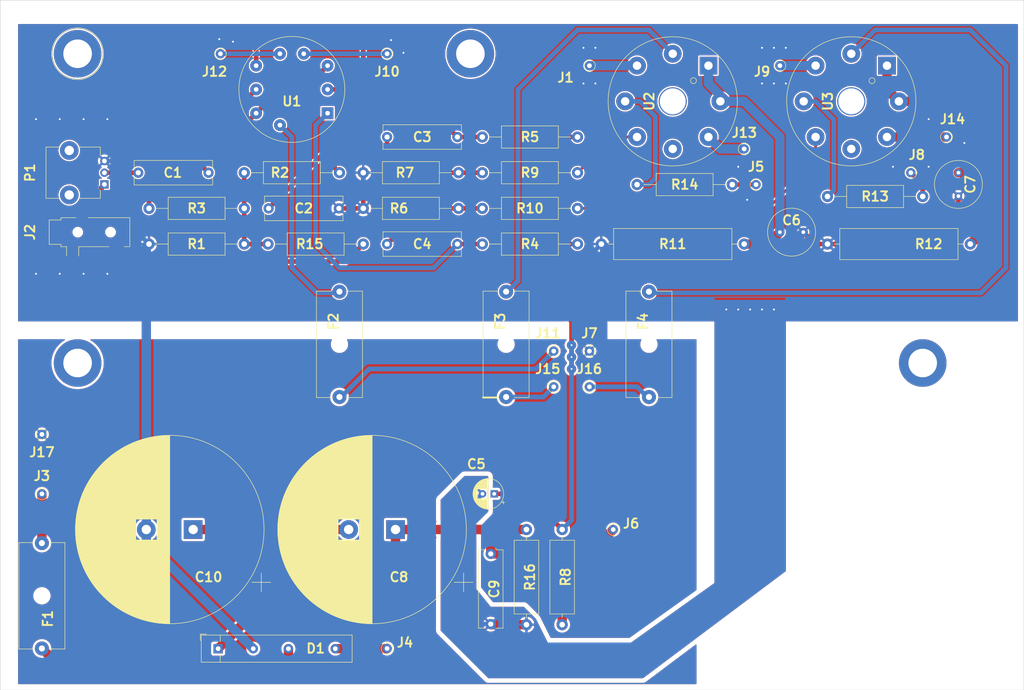
<source format=kicad_pcb>
(kicad_pcb (version 20211014) (generator pcbnew)
  (layers (0 "F.Cu" signal) (31 "B.Cu" signal) (34 "B.Paste" user) (35 "F.Paste" user) (36 "B.SilkS" user "B.Silkscreen") (37 "F.SilkS" user "F.Silkscreen") (38 "B.Mask" user) (39 "F.Mask" user) (44 "Edge.Cuts" user))
  (net 0 "")
  (net 1 "Net-(C4-Pad2)")
  (net 2 "Net-(C2-Pad2)")
  (net 3 "Net-(R15-Pad1)")
  (net 4 "Net-(C3-Pad2)")
  (net 5 "Net-(C1-Pad1)")
  (net 6 "Net-(R14-Pad2)")
  (net 7 "Net-(R9-Pad1)")
  (net 8 "Net-(C7-Pad1)")
  (net 9 "Net-(R13-Pad2)")
  (net 10 "Net-(R10-Pad1)")
  (net 11 "Net-(C1-Pad2)")
  (net 12 "Net-(C3-Pad1)")
  (net 13 "Net-(C4-Pad1)")
  (net 14 "+A2")
  (net 15 "GND")
  (net 16 "Net-(C6-Pad1)")
  (net 17 "+A")
  (net 18 "Net-(C10-Pad1)")
  (net 19 "Net-(D1-Pad3)")
  (net 20 "Net-(R1-Pad1)")
  (net 21 "Net-(D1-Pad4)")
  (net 22 "Net-(F1-Pad2)")
  (net 23 "Net-(U2-Pad3)")
  (net 24 "Net-(R14-Pad1)")
  (net 25 "Net-(R13-Pad1)")
  (net 26 "Net-(U3-Pad3)")
  (net 27 "Net-(U1-Pad9)")
  (net 28 "Net-(U2-Pad2)")
  (net 29 "Net-(U3-Pad2)")
  (net 30 "Net-(U1-Pad4)")
  (net 31 "Net-(U1-Pad5)")
  (net 32 "Net-(U2-Pad7)")
  (net 33 "Net-(U3-Pad7)")
  (net 34 "Net-(J2-PadS)")
  (net 35 "Net-(F2-Pad2)")
  (net 36 "Net-(F3-Pad2)")
  (net 37 "Net-(F4-Pad2)")
  (net 38 "Earth")
  (footprint "Capacitor_THT:C_Radial_D10.0mm_H16.0mm_P5.00mm" (layer "F.Cu") (at 179.07 64.77)
    (fp_text reference "C6" (at 2.5 -2.54) (layer "F.SilkS") (effects (font (size 2 2) (thickness 0.4))))
    (fp_text value "220u 63v")
    (pad "1" thru_hole circle locked (at 0 0) (size 1.6 1.6) (drill 0.8) (layers *.Cu *.Mask) (net 16 "Net-(C6-Pad1)"))
    (pad "2" thru_hole circle locked (at 5 0) (size 1.6 1.6) (drill 0.8) (layers *.Cu *.Mask) (net 15 "GND"))
  )
  (footprint "Connector_Pin:Pin_D1.0mm_L10.0mm" (layer "F.Cu") (at 143.51 128.27)
    (fp_text reference "J6" (at 3.81 -1.27) (layer "F.SilkS") (effects (font (size 2 2) (thickness 0.4))))
    (fp_text value "Conn_01x01_Female")
    (pad "1" thru_hole circle locked (at 0 0) (size 2 2) (drill 1) (layers *.Cu *.Mask) (net 17 "+A"))
  )
  (footprint "Connector_Pin:Pin_D1.0mm_L10.0mm" (layer "F.Cu") (at 207.01 52.07)
    (fp_text reference "J8" (at 1.27 -3.81) (layer "F.SilkS") (effects (font (size 2 2) (thickness 0.4))))
    (fp_text value "Conn_01x01_Female")
    (pad "1" thru_hole circle locked (at 0 0) (size 2 2) (drill 1) (layers *.Cu *.Mask) (net 25 "Net-(R13-Pad1)"))
  )
  (footprint "Capacitor_THT:C_Rect_L16.5mm_W5.0mm_P15.00mm_MKT" (layer "F.Cu") (at 95.25 44.45)
    (fp_text reference "C3" (at 7.5 0) (layer "F.SilkS") (effects (font (size 2 2) (thickness 0.4))))
    (fp_text value "220n 400v")
    (pad "1" thru_hole circle locked (at 0 0) (size 2.2 2.2) (drill 1.1) (layers *.Cu *.Mask) (net 12 "Net-(C3-Pad1)"))
    (pad "2" thru_hole circle locked (at 15 0) (size 2.2 2.2) (drill 1.1) (layers *.Cu *.Mask) (net 4 "Net-(C3-Pad2)"))
  )
  (footprint "Connector_Pin:Pin_D1.0mm_L10.0mm" (layer "F.Cu") (at 138.43 29.21)
    (fp_text reference "J1" (at -5.08 2.54) (layer "F.SilkS") (effects (font (size 2 2) (thickness 0.4))))
    (fp_text value "Conn_01x01_Female")
    (pad "1" thru_hole circle locked (at 0 0) (size 2 2) (drill 1) (layers *.Cu *.Mask) (net 23 "Net-(U2-Pad3)"))
  )
  (footprint "Connector_Pin:Pin_D1.0mm_L10.0mm" (layer "F.Cu") (at 173.99 54.61)
    (fp_text reference "J5" (at 0 -3.81) (layer "F.SilkS") (effects (font (size 2 2) (thickness 0.4))))
    (fp_text value "Conn_01x01_Female")
    (pad "1" thru_hole circle locked (at 0 0) (size 2 2) (drill 1) (layers *.Cu *.Mask) (net 24 "Net-(R14-Pad1)"))
  )
  (footprint "Resistor_THT:R_Axial_DIN0414_L11.9mm_D4.5mm_P20.32mm_Horizontal" (layer "F.Cu") (at 64.77 52.07)
    (fp_text reference "R2" (at 7.62 0) (layer "F.SilkS") (effects (font (size 2 2) (thickness 0.4))))
    (fp_text value "1M5 1W")
    (pad "1" thru_hole circle locked (at 0 0) (size 2.4 2.4) (drill 1.2) (layers *.Cu *.Mask) (net 20 "Net-(R1-Pad1)"))
    (pad "2" thru_hole oval locked (at 20.32 0) (size 2.4 2.4) (drill 1.2) (layers *.Cu *.Mask) (net 2 "Net-(C2-Pad2)"))
  )
  (footprint "Capacitor_THT:C_Rect_L16.5mm_W5.0mm_P15.00mm_MKT" (layer "F.Cu") (at 84.97 59.69 180)
    (fp_text reference "C2" (at 7.5 0) (layer "F.SilkS") (effects (font (size 2 2) (thickness 0.4))))
    (fp_text value "220n 400v")
    (pad "1" thru_hole circle locked (at 0 0 180) (size 2.2 2.2) (drill 1.1) (layers *.Cu *.Mask) (net 15 "GND"))
    (pad "2" thru_hole circle locked (at 15 0 180) (size 2.2 2.2) (drill 1.1) (layers *.Cu *.Mask) (net 2 "Net-(C2-Pad2)"))
  )
  (footprint "Fuse:Fuseholder_Cylinder-5x20mm_Schurter_0031_8201_Horizontal_Open" (layer "F.Cu") (at 151.13 77.47 -90)
    (fp_text reference "F4" (at 6.35 1.27 90) (layer "F.SilkS") (effects (font (size 2 2) (thickness 0.4))))
    (fp_text value "Fuse")
    (pad "" np_thru_hole circle locked (at 11.25 0 270) (size 2.7 2.7) (drill 2.7) (layers *.Cu *.Mask))
    (pad "1" thru_hole circle locked (at 0 0 270) (size 3 3) (drill 1.3) (layers *.Cu *.Mask) (net 29 "Net-(U3-Pad2)"))
    (pad "2" thru_hole circle locked (at 22.5 0 270) (size 3 3) (drill 1.3) (layers *.Cu *.Mask) (net 37 "Net-(F4-Pad2)"))
  )
  (footprint "Resistor_THT:R_Axial_DIN0516_L15.5mm_D5.0mm_P20.32mm_Horizontal" (layer "F.Cu") (at 124.993064 128.27 -90)
    (fp_text reference "R16" (at 10.16 -0.736936 90) (layer "F.SilkS") (effects (font (size 2 2) (thickness 0.4))))
    (fp_text value "220k 2W")
    (pad "1" thru_hole circle locked (at 0 0 270) (size 2.4 2.4) (drill 1.2) (layers *.Cu *.Mask) (net 17 "+A"))
    (pad "2" thru_hole oval locked (at 20.32 0 270) (size 2.4 2.4) (drill 1.2) (layers *.Cu *.Mask) (net 15 "GND"))
  )
  (footprint "Valve:Valve_Octal" (layer "F.Cu") (at 201.93 29.21 90)
    (fp_text reference "U3" (at -7.62 -12.62 90) (layer "F.SilkS") (effects (font (size 2 2) (thickness 0.4))))
    (fp_text value "EL34")
    (pad "" thru_hole circle locked (at -7.62 -7.62 90) (size 6 6) (drill 5.5) (layers *.Cu *.Mask))
    (pad "1" thru_hole rect locked (at 0 0 90) (size 3.81 3.81) (drill 1.8) (layers *.Cu *.Mask) (net 8 "Net-(C7-Pad1)"))
    (pad "2" thru_hole circle locked (at 2.54 -7.62 90) (size 3.81 3.81) (drill 1.8) (layers *.Cu *.Mask) (net 29 "Net-(U3-Pad2)"))
    (pad "3" thru_hole circle locked (at 0 -15.24 90) (size 3.81 3.81) (drill 1.8) (layers *.Cu *.Mask) (net 26 "Net-(U3-Pad3)"))
    (pad "4" thru_hole circle locked (at -7.62 -17.78 90) (size 3.81 3.81) (drill 1.8) (layers *.Cu *.Mask) (net 9 "Net-(R13-Pad2)"))
    (pad "5" thru_hole circle locked (at -15.24 -15.24 90) (size 3.81 3.81) (drill 1.8) (layers *.Cu *.Mask) (net 10 "Net-(R10-Pad1)"))
    (pad "6" thru_hole circle locked (at -17.78 -7.62 90) (size 3.81 3.81) (drill 1.8) (layers *.Cu *.Mask))
    (pad "7" thru_hole circle locked (at -15.24 0 90) (size 3.81 3.81) (drill 1.8) (layers *.Cu *.Mask) (net 33 "Net-(U3-Pad7)"))
    (pad "8" thru_hole circle locked (at -7.62 2.54 90) (size 3.81 3.81) (drill 1.8) (layers *.Cu *.Mask) (net 8 "Net-(C7-Pad1)"))
  )
  (footprint "Resistor_THT:R_Axial_DIN0414_L11.9mm_D4.5mm_P20.32mm_Horizontal" (layer "F.Cu") (at 90.17 67.31 180)
    (fp_text reference "R15" (at 11.43 0) (layer "F.SilkS") (effects (font (size 2 2) (thickness 0.4))))
    (fp_text value "470 1W")
    (pad "1" thru_hole circle locked (at 0 0 180) (size 2.4 2.4) (drill 1.2) (layers *.Cu *.Mask) (net 3 "Net-(R15-Pad1)"))
    (pad "2" thru_hole oval locked (at 20.32 0 180) (size 2.4 2.4) (drill 1.2) (layers *.Cu *.Mask) (net 20 "Net-(R1-Pad1)"))
  )
  (footprint "Diode_THT:Diode_Bridge_32.0x5.6x17.0mm_P10.0mm_P7.5mm" (layer "F.Cu") (at 59.195564 153.7125)
    (fp_text reference "D1" (at 20.814436 -0.0425 180) (layer "F.SilkS") (effects (font (size 2 2) (thickness 0.4))))
    (fp_text value "D_Bridge_+-AA")
    (pad "1" thru_hole rect locked (at 0 0) (size 2 2) (drill 1) (layers *.Cu *.Mask) (net 17 "+A"))
    (pad "2" thru_hole circle locked (at 7.5 0) (size 2 2) (drill 1) (layers *.Cu *.Mask) (net 15 "GND"))
    (pad "3" thru_hole circle locked (at 15 0) (size 2 2) (drill 1) (layers *.Cu *.Mask) (net 19 "Net-(D1-Pad3)"))
    (pad "4" thru_hole circle locked (at 25 0) (size 2 2) (drill 1) (layers *.Cu *.Mask) (net 21 "Net-(D1-Pad4)"))
  )
  (footprint "" (layer "F.Cu") (at 29.21 92.71)
    (fp_text reference "" (at 0 0) (layer "F.SilkS") (effects (font (size 1.27 1.27))))
    (fp_text value "" (at 0 0) (layer "F.SilkS") (effects (font (size 1.27 1.27))))
    (pad "1" thru_hole circle locked (at 0 0) (size 10.16 10.16) (drill 6.1) (layers *.Cu *.Mask))
  )
  (footprint "Capacitor_THT:C_Radial_D10.0mm_H16.0mm_P5.00mm" (layer "F.Cu") (at 217.17 52.07 -90)
    (fp_text reference "C7" (at 2.5 -2.54 90) (layer "F.SilkS") (effects (font (size 2 2) (thickness 0.4))))
    (fp_text value "220u 63v")
    (pad "1" thru_hole circle locked (at 0 0 270) (size 1.6 1.6) (drill 0.8) (layers *.Cu *.Mask) (net 8 "Net-(C7-Pad1)"))
    (pad "2" thru_hole circle locked (at 5 0 270) (size 1.6 1.6) (drill 0.8) (layers *.Cu *.Mask) (net 15 "GND"))
  )
  (footprint "Capacitor_THT:CP_Radial_D40.0mm_P10.00mm_SnapIn" (layer "F.Cu") (at 53.873064 128.27 180)
    (fp_text reference "C10" (at -3.276936 -10.16) (layer "F.SilkS") (effects (font (size 2 2) (thickness 0.4))))
    (fp_text value "470u 600v")
    (pad "1" thru_hole rect locked (at 0 0 180) (size 4 4) (drill 2) (layers *.Cu *.Mask) (net 18 "Net-(C10-Pad1)"))
    (pad "2" thru_hole circle locked (at 10 0 180) (size 4 4) (drill 2) (layers *.Cu *.Mask) (net 15 "GND"))
  )
  (footprint "" (layer "F.Cu") (at 113.03 26.67)
    (fp_text reference "" (at 0 0) (layer "F.SilkS") (effects (font (size 1.27 1.27))))
    (fp_text value "" (at 0 0) (layer "F.SilkS") (effects (font (size 1.27 1.27))))
    (pad "1" thru_hole circle locked (at 0 0) (size 10.16 10.16) (drill 6.1) (layers *.Cu *.Mask))
  )
  (footprint "Resistor_THT:R_Axial_DIN0414_L11.9mm_D4.5mm_P20.32mm_Horizontal" (layer "F.Cu") (at 90.17 59.69)
    (fp_text reference "R6" (at 7.62 0) (layer "F.SilkS") (effects (font (size 2 2) (thickness 0.4))))
    (fp_text value "470k 1W")
    (pad "1" thru_hole circle locked (at 0 0) (size 2.4 2.4) (drill 1.2) (layers *.Cu *.Mask) (net 15 "GND"))
    (pad "2" thru_hole oval locked (at 20.32 0) (size 2.4 2.4) (drill 1.2) (layers *.Cu *.Mask) (net 13 "Net-(C4-Pad1)"))
  )
  (footprint "Resistor_THT:R_Axial_DIN0414_L11.9mm_D4.5mm_P20.32mm_Horizontal" (layer "F.Cu") (at 115.57 67.31)
    (fp_text reference "R4" (at 10.16 0) (layer "F.SilkS") (effects (font (size 2 2) (thickness 0.4))))
    (fp_text value "100k 1W")
    (pad "1" thru_hole circle locked (at 0 0) (size 2.4 2.4) (drill 1.2) (layers *.Cu *.Mask) (net 1 "Net-(C4-Pad2)"))
    (pad "2" thru_hole oval locked (at 20.32 0) (size 2.4 2.4) (drill 1.2) (layers *.Cu *.Mask) (net 14 "+A2"))
  )
  (footprint "Valve:Valve_Noval_P" (layer "F.Cu") (at 82.55 39.37)
    (fp_text reference "U1" (at -7.62 -2.54) (layer "F.SilkS") (effects (font (size 2 2) (thickness 0.4))))
    (fp_text value "ECC83")
    (pad "1" thru_hole rect locked (at 0 0) (size 2.54 2.54) (drill 1) (layers *.Cu *.Mask) (net 1 "Net-(C4-Pad2)"))
    (pad "2" thru_hole circle locked (at 0 -5.08) (size 2.54 2.54) (drill 1) (layers *.Cu *.Mask) (net 2 "Net-(C2-Pad2)"))
    (pad "3" thru_hole circle locked (at 0 -10.16) (size 2.54 2.54) (drill 1) (layers *.Cu *.Mask) (net 3 "Net-(R15-Pad1)"))
    (pad "4" thru_hole circle locked (at -5.08 -12.7) (size 2.54 2.54) (drill 1) (layers *.Cu *.Mask) (net 30 "Net-(U1-Pad4)"))
    (pad "5" thru_hole circle locked (at -10.16 -12.7) (size 2.54 2.54) (drill 1) (layers *.Cu *.Mask) (net 31 "Net-(U1-Pad5)"))
    (pad "6" thru_hole circle locked (at -15.24 -10.16) (size 2.54 2.54) (drill 1) (layers *.Cu *.Mask) (net 4 "Net-(C3-Pad2)"))
    (pad "7" thru_hole circle locked (at -15.24 -5.08) (size 2.54 2.54) (drill 1) (layers *.Cu *.Mask) (net 5 "Net-(C1-Pad1)"))
    (pad "8" thru_hole circle locked (at -15.24 0) (size 2.54 2.54) (drill 1) (layers *.Cu *.Mask) (net 3 "Net-(R15-Pad1)"))
    (pad "9" thru_hole circle locked (at -10.16 2.54) (size 2.54 2.54) (drill 1) (layers *.Cu *.Mask) (net 27 "Net-(U1-Pad9)"))
  )
  (footprint "Connector_Pin:Pin_D1.0mm_L10.0mm" (layer "F.Cu") (at 214.63 44.45)
    (fp_text reference "J14" (at 1.27 -3.81) (layer "F.SilkS") (effects (font (size 2 2) (thickness 0.4))))
    (fp_text value "Conn_01x01_Female")
    (pad "1" thru_hole circle locked (at 0 0) (size 2 2) (drill 1) (layers *.Cu *.Mask) (net 33 "Net-(U3-Pad7)"))
  )
  (footprint "Capacitor_THT:C_Rect_L16.5mm_W5.0mm_P15.00mm_MKT" (layer "F.Cu") (at 95.25 67.31)
    (fp_text reference "C4" (at 7.5 0) (layer "F.SilkS") (effects (font (size 2 2) (thickness 0.4))))
    (fp_text value "220n 400v")
    (pad "1" thru_hole circle locked (at 0 0) (size 2.2 2.2) (drill 1.1) (layers *.Cu *.Mask) (net 13 "Net-(C4-Pad1)"))
    (pad "2" thru_hole circle locked (at 15 0) (size 2.2 2.2) (drill 1.1) (layers *.Cu *.Mask) (net 1 "Net-(C4-Pad2)"))
  )
  (footprint "Resistor_THT:R_Axial_DIN0414_L11.9mm_D4.5mm_P20.32mm_Horizontal" (layer "F.Cu") (at 64.77 67.31 180)
    (fp_text reference "R1" (at 10.16 0) (layer "F.SilkS") (effects (font (size 2 2) (thickness 0.4))))
    (fp_text value "22k 1W")
    (pad "1" thru_hole circle locked (at 0 0 180) (size 2.4 2.4) (drill 1.2) (layers *.Cu *.Mask) (net 20 "Net-(R1-Pad1)"))
    (pad "2" thru_hole oval locked (at 20.32 0 180) (size 2.4 2.4) (drill 1.2) (layers *.Cu *.Mask) (net 15 "GND"))
  )
  (footprint "Resistor_THT:R_Axial_DIN0516_L15.5mm_D5.0mm_P20.32mm_Horizontal" (layer "F.Cu") (at 132.613064 128.27 -90)
    (fp_text reference "R8" (at 10.16 -0.736936 90) (layer "F.SilkS") (effects (font (size 2 2) (thickness 0.4))))
    (fp_text value "10k 2W")
    (pad "1" thru_hole circle locked (at 0 0 270) (size 2.4 2.4) (drill 1.2) (layers *.Cu *.Mask) (net 14 "+A2"))
    (pad "2" thru_hole oval locked (at 20.32 0 270) (size 2.4 2.4) (drill 1.2) (layers *.Cu *.Mask) (net 17 "+A"))
  )
  (footprint "Connector_Audio:Jack_3.5mm_CUI_SJ-3523-SMT_Horizontal" (layer "F.Cu") (at 31.75 64.77 90)
    (fp_text reference "J2" (at 0 -12.7 90) (layer "F.SilkS") (effects (font (size 2 2) (thickness 0.4))))
    (fp_text value "AudioJack2")
    (pad "" np_thru_hole circle locked (at 0 4.5 90) (size 1.7 1.7) (drill 1.7) (layers *.Cu *.Mask))
    (pad "" np_thru_hole circle locked (at 0 -2.5 90) (size 1.7 1.7) (drill 1.7) (layers *.Cu *.Mask))
    (pad "R" smd rect locked (at 3.7 -1.6 90) (size 2.8 2.2) (layers "F.Cu" "F.Paste" "F.Mask"))
    (pad "S" smd rect locked (at -3.7 -3.6 90) (size 2.8 2.2) (layers "F.Cu" "F.Paste" "F.Mask") (net 34 "Net-(J2-PadS)"))
    (pad "T" smd rect locked (at -3.7 5.8 90) (size 2.8 2.8) (layers "F.Cu" "F.Paste" "F.Mask") (net 15 "GND"))
  )
  (footprint "Resistor_THT:R_Axial_Power_L25.0mm_W6.4mm_P30.48mm" (layer "F.Cu") (at 189.23 67.31)
    (fp_text reference "R12" (at 21.59 0) (layer "F.SilkS") (effects (font (size 2 2) (thickness 0.4))))
    (fp_text value "330 5W")
    (pad "1" thru_hole circle locked (at 0 0) (size 2.4 2.4) (drill 1.2) (layers *.Cu *.Mask) (net 15 "GND"))
    (pad "2" thru_hole oval locked (at 30.48 0) (size 2.4 2.4) (drill 1.2) (layers *.Cu *.Mask) (net 8 "Net-(C7-Pad1)"))
  )
  (footprint "Resistor_THT:R_Axial_DIN0414_L11.9mm_D4.5mm_P20.32mm_Horizontal" (layer "F.Cu") (at 135.89 44.45 180)
    (fp_text reference "R5" (at 10.16 0) (layer "F.SilkS") (effects (font (size 2 2) (thickness 0.4))))
    (fp_text value "100k 1W")
    (pad "1" thru_hole circle locked (at 0 0 180) (size 2.4 2.4) (drill 1.2) (layers *.Cu *.Mask) (net 14 "+A2"))
    (pad "2" thru_hole oval locked (at 20.32 0 180) (size 2.4 2.4) (drill 1.2) (layers *.Cu *.Mask) (net 4 "Net-(C3-Pad2)"))
  )
  (footprint "Connector_Pin:Pin_D1.0mm_L10.0mm" (layer "F.Cu") (at 138.43 97.79)
    (fp_text reference "J16" (at 0 -3.81) (layer "F.SilkS") (effects (font (size 2 2) (thickness 0.4))))
    (fp_text value "Conn_01x01_Female")
    (pad "1" thru_hole circle locked (at 0 0) (size 2 2) (drill 1) (layers *.Cu *.Mask) (net 37 "Net-(F4-Pad2)"))
  )
  (footprint "Connector_Pin:Pin_D1.0mm_L10.0mm" (layer "F.Cu") (at 179.07 29.21)
    (fp_text reference "J9" (at -3.81 1.27) (layer "F.SilkS") (effects (font (size 2 2) (thickness 0.4))))
    (fp_text value "Conn_01x01_Female")
    (pad "1" thru_hole circle locked (at 0 0) (size 2 2) (drill 1) (layers *.Cu *.Mask) (net 26 "Net-(U3-Pad3)"))
  )
  (footprint "Connector_Pin:Pin_D1.0mm_L10.0mm" (layer "F.Cu") (at 138.43 90.17)
    (fp_text reference "J7" (at 0 -3.81) (layer "F.SilkS") (effects (font (size 2 2) (thickness 0.4))))
    (fp_text value "Conn_01x01_Female")
    (pad "1" thru_hole circle locked (at 0 0) (size 2 2) (drill 1) (layers *.Cu *.Mask) (net 15 "GND"))
  )
  (footprint "Potentiometer_THT:Potentiometer_TT_P0915N" (layer "F.Cu") (at 34.935 54.57 90)
    (fp_text reference "P1" (at 2.5 -15.885 90) (layer "F.SilkS") (effects (font (size 2 2) (thickness 0.4))))
    (fp_text value "100k")
    (pad "" thru_hole oval locked (at 7.25 -7.5 90) (size 4 4) (drill 2) (layers *.Cu *.Mask))
    (pad "" thru_hole oval locked (at -2.25 -7.5 90) (size 4 4) (drill 2) (layers *.Cu *.Mask))
    (pad "1" thru_hole rect locked (at 0 0 90) (size 1.8 1.8) (drill 1) (layers *.Cu *.Mask) (net 34 "Net-(J2-PadS)"))
    (pad "2" thru_hole circle locked (at 2.5 0 90) (size 1.8 1.8) (drill 1) (layers *.Cu *.Mask) (net 11 "Net-(C1-Pad2)"))
    (pad "3" thru_hole circle locked (at 5 0 90) (size 1.8 1.8) (drill 1) (layers *.Cu *.Mask) (net 15 "GND"))
  )
  (footprint "Resistor_THT:R_Axial_DIN0414_L11.9mm_D4.5mm_P20.32mm_Horizontal" (layer "F.Cu") (at 135.89 59.69 180)
    (fp_text reference "R10" (at 10.16 0) (layer "F.SilkS") (effects (font (size 2 2) (thickness 0.4))))
    (fp_text value "1k5 1W")
    (pad "1" thru_hole circle locked (at 0 0 180) (size 2.4 2.4) (drill 1.2) (layers *.Cu *.Mask) (net 10 "Net-(R10-Pad1)"))
    (pad "2" thru_hole oval locked (at 20.32 0 180) (size 2.4 2.4) (drill 1.2) (layers *.Cu *.Mask) (net 13 "Net-(C4-Pad1)"))
  )
  (footprint "Connector_Pin:Pin_D1.0mm_L10.0mm" (layer "F.Cu") (at 95.25 26.67)
    (fp_text reference "J10" (at 0 3.81) (layer "F.SilkS") (effects (font (size 2 2) (thickness 0.4))))
    (fp_text value "Conn_01x01_Female")
    (pad "1" thru_hole circle locked (at 0 0) (size 2 2) (drill 1) (layers *.Cu *.Mask) (net 30 "Net-(U1-Pad4)"))
  )
  (footprint "Valve:Valve_Octal" (layer "F.Cu") (at 163.83 29.21 90)
    (fp_text reference "U2" (at -7.62 -12.62 90) (layer "F.SilkS") (effects (font (size 2 2) (thickness 0.4))))
    (fp_text value "EL34")
    (pad "" thru_hole circle locked (at -7.62 -7.62 90) (size 6 6) (drill 5.5) (layers *.Cu *.Mask))
    (pad "1" thru_hole rect locked (at 0 0 90) (size 3.81 3.81) (drill 1.8) (layers *.Cu *.Mask) (net 16 "Net-(C6-Pad1)"))
    (pad "2" thru_hole circle locked (at 2.54 -7.62 90) (size 3.81 3.81) (drill 1.8) (layers *.Cu *.Mask) (net 28 "Net-(U2-Pad2)"))
    (pad "3" thru_hole circle locked (at 0 -15.24 90) (size 3.81 3.81) (drill 1.8) (layers *.Cu *.Mask) (net 23 "Net-(U2-Pad3)"))
    (pad "4" thru_hole circle locked (at -7.62 -17.78 90) (size 3.81 3.81) (drill 1.8) (layers *.Cu *.Mask) (net 6 "Net-(R14-Pad2)"))
    (pad "5" thru_hole circle locked (at -15.24 -15.24 90) (size 3.81 3.81) (drill 1.8) (layers *.Cu *.Mask) (net 7 "Net-(R9-Pad1)"))
    (pad "6" thru_hole circle locked (at -17.78 -7.62 90) (size 3.81 3.81) (drill 1.8) (layers *.Cu *.Mask))
    (pad "7" thru_hole circle locked (at -15.24 0 90) (size 3.81 3.81) (drill 1.8) (layers *.Cu *.Mask) (net 32 "Net-(U2-Pad7)"))
    (pad "8" thru_hole circle locked (at -7.62 2.54 90) (size 3.81 3.81) (drill 1.8) (layers *.Cu *.Mask) (net 16 "Net-(C6-Pad1)"))
  )
  (footprint "Resistor_THT:R_Axial_DIN0414_L11.9mm_D4.5mm_P20.32mm_Horizontal" (layer "F.Cu") (at 44.45 59.69)
    (fp_text reference "R3" (at 10.16 0) (layer "F.SilkS") (effects (font (size 2 2) (thickness 0.4))))
    (fp_text value "1M5 1W")
    (pad "1" thru_hole circle locked (at 0 0) (size 2.4 2.4) (drill 1.2) (layers *.Cu *.Mask) (net 5 "Net-(C1-Pad1)"))
    (pad "2" thru_hole oval locked (at 20.32 0) (size 2.4 2.4) (drill 1.2) (layers *.Cu *.Mask) (net 20 "Net-(R1-Pad1)"))
  )
  (footprint "Resistor_THT:R_Axial_Power_L25.0mm_W6.4mm_P30.48mm" (layer "F.Cu") (at 171.45 67.31 180)
    (fp_text reference "R11" (at 15.24 0) (layer "F.SilkS") (effects (font (size 2 2) (thickness 0.4))))
    (fp_text value "330 5W")
    (pad "1" thru_hole circle locked (at 0 0 180) (size 2.4 2.4) (drill 1.2) (layers *.Cu *.Mask) (net 16 "Net-(C6-Pad1)"))
    (pad "2" thru_hole oval locked (at 30.48 0 180) (size 2.4 2.4) (drill 1.2) (layers *.Cu *.Mask) (net 15 "GND"))
  )
  (footprint "Fuse:Fuseholder_Cylinder-5x20mm_Schurter_0031_8201_Horizontal_Open" (layer "F.Cu") (at 120.65 77.47 -90)
    (fp_text reference "F3" (at 6.35 1.27 90) (layer "F.SilkS") (effects (font (size 2 2) (thickness 0.4))))
    (fp_text value "Fuse")
    (pad "" np_thru_hole circle (at 11.25 0 270) (size 2.7 2.7) (drill 2.7) (layers *.Cu *.Mask))
    (pad "1" thru_hole circle (at 0 0 270) (size 3 3) (drill 1.3) (layers *.Cu *.Mask) (net 28 "Net-(U2-Pad2)"))
    (pad "2" thru_hole circle (at 22.5 0 270) (size 3 3) (drill 1.3) (layers *.Cu *.Mask) (net 36 "Net-(F3-Pad2)"))
  )
  (footprint "Fuse:Fuseholder_Cylinder-5x20mm_Schurter_0031_8201_Horizontal_Open" (layer "F.Cu") (at 85.09 77.47 -90)
    (fp_text reference "F2" (at 6.35 1.27 90) (layer "F.SilkS") (effects (font (size 2 2) (thickness 0.4))))
    (fp_text value "Fuse")
    (pad "" np_thru_hole circle locked (at 11.25 0 270) (size 2.7 2.7) (drill 2.7) (layers *.Cu *.Mask))
    (pad "1" thru_hole circle locked (at 0 0 270) (size 3 3) (drill 1.3) (layers *.Cu *.Mask) (net 27 "Net-(U1-Pad9)"))
    (pad "2" thru_hole circle locked (at 22.5 0 270) (size 3 3) (drill 1.3) (layers *.Cu *.Mask) (net 35 "Net-(F2-Pad2)"))
  )
  (footprint "Capacitor_THT:C_Rect_L16.5mm_W5.0mm_P15.00mm_MKT" (layer "F.Cu") (at 57.15 52.07 180)
    (fp_text reference "C1" (at 7.62 0) (layer "F.SilkS") (effects (font (size 2 2) (thickness 0.4))))
    (fp_text value "220n 400v")
    (pad "1" thru_hole circle locked (at 0 0 180) (size 2.2 2.2) (drill 1.1) (layers *.Cu *.Mask) (net 5 "Net-(C1-Pad1)"))
    (pad "2" thru_hole circle locked (at 15 0 180) (size 2.2 2.2) (drill 1.1) (layers *.Cu *.Mask) (net 11 "Net-(C1-Pad2)"))
  )
  (footprint "Resistor_THT:R_Axial_DIN0414_L11.9mm_D4.5mm_P20.32mm_Horizontal" (layer "F.Cu") (at 209.55 57.15 180)
    (fp_text reference "R13" (at 10.16 0) (layer "F.SilkS") (effects (font (size 2 2) (thickness 0.4))))
    (fp_text value "470 1W")
    (pad "1" thru_hole circle locked (at 0 0 180) (size 2.4 2.4) (drill 1.2) (layers *.Cu *.Mask) (net 25 "Net-(R13-Pad1)"))
    (pad "2" thru_hole oval locked (at 20.32 0 180) (size 2.4 2.4) (drill 1.2) (layers *.Cu *.Mask) (net 9 "Net-(R13-Pad2)"))
  )
  (footprint "Connector_Pin:Pin_D1.0mm_L10.0mm" (layer "F.Cu") (at 21.59 107.95)
    (fp_text reference "J17" (at 0 3.81) (layer "F.SilkS") (effects (font (size 2 2) (thickness 0.4))))
    (fp_text value "Conn_01x01_Female")
    (pad "1" thru_hole circle locked (at 0 0) (size 2 2) (drill 1) (layers *.Cu *.Mask) (net 38 "Earth"))
  )
  (footprint "Resistor_THT:R_Axial_DIN0414_L11.9mm_D4.5mm_P20.32mm_Horizontal" (layer "F.Cu") (at 110.49 52.07 180)
    (fp_text reference "R7" (at 11.43 0) (layer "F.SilkS") (effects (font (size 2 2) (thickness 0.4))))
    (fp_text value " 470k 1W")
    (pad "1" thru_hole circle locked (at 0 0 180) (size 2.4 2.4) (drill 1.2) (layers *.Cu *.Mask) (net 12 "Net-(C3-Pad1)"))
    (pad "2" thru_hole oval locked (at 20.32 0 180) (size 2.4 2.4) (drill 1.2) (layers *.Cu *.Mask) (net 15 "GND"))
  )
  (footprint "Connector_Pin:Pin_D1.0mm_L10.0mm" (layer "F.Cu") (at 59.69 26.67)
    (fp_text reference "J12" (at -1.27 3.81) (layer "F.SilkS") (effects (font (size 2 2) (thickness 0.4))))
    (fp_text value "Conn_01x01_Female")
    (pad "1" thru_hole circle locked (at 0 0) (size 2 2) (drill 1) (layers *.Cu *.Mask) (net 31 "Net-(U1-Pad5)"))
  )
  (footprint "Connector_Pin:Pin_D1.0mm_L10.0mm" (layer "F.Cu") (at 171.45 46.99)
    (fp_text reference "J13" (at 0.032419 -3.444225) (layer "F.SilkS") (effects (font (size 2 2) (thickness 0.4))))
    (fp_text value "Conn_01x01_Female")
    (pad "1" thru_hole circle locked (at 0 0) (size 2 2) (drill 1) (layers *.Cu *.Mask) (net 32 "Net-(U2-Pad7)"))
  )
  (footprint "Resistor_THT:R_Axial_DIN0414_L11.9mm_D4.5mm_P20.32mm_Horizontal" (layer "F.Cu") (at 135.89 52.07 180)
    (fp_text reference "R9" (at 10.16 0) (layer "F.SilkS") (effects (font (size 2 2) (thickness 0.4))))
    (fp_text value "1k5 1W")
    (pad "1" thru_hole circle locked (at 0 0 180) (size 2.4 2.4) (drill 1.2) (layers *.Cu *.Mask) (net 7 "Net-(R9-Pad1)"))
    (pad "2" thru_hole oval locked (at 20.32 0 180) (size 2.4 2.4) (drill 1.2) (layers *.Cu *.Mask) (net 12 "Net-(C3-Pad1)"))
  )
  (footprint "Connector_Pin:Pin_D1.0mm_L10.0mm" (layer "F.Cu") (at 130.81 90.17)
    (fp_text reference "J11" (at -1.250999 -3.81) (layer "F.SilkS") (effects (font (size 2 2) (thickness 0.4))))
    (fp_text value "Conn_01x01_Female")
    (pad "1" thru_hole circle locked (at 0 0) (size 2 2) (drill 1) (layers *.Cu *.Mask) (net 35 "Net-(F2-Pad2)"))
  )
  (footprint "Capacitor_THT:CP_Radial_D40.0mm_P10.00mm_SnapIn" (layer "F.Cu") (at 97.053064 128.27 180)
    (fp_text reference "C8" (at -0.736936 -10.16) (layer "F.SilkS") (effects (font (size 2 2) (thickness 0.4))))
    (fp_text value "470u 600v")
    (pad "1" thru_hole rect locked (at 0 0 180) (size 4 4) (drill 2) (layers *.Cu *.Mask) (net 17 "+A"))
    (pad "2" thru_hole circle locked (at 10 0 180) (size 4 4) (drill 2) (layers *.Cu *.Mask) (net 18 "Net-(C10-Pad1)"))
  )
  (footprint "Connector_Pin:Pin_D1.0mm_L10.0mm" (layer "F.Cu") (at 130.81 97.79)
    (fp_text reference "J15" (at -1.27 -3.81) (layer "F.SilkS") (effects (font (size 2 2) (thickness 0.4))))
    (fp_text value "Conn_01x01_Female")
    (pad "1" thru_hole circle locked (at 0 0) (size 2 2) (drill 1) (layers *.Cu *.Mask) (net 36 "Net-(F3-Pad2)"))
  )
  (footprint "Capacitor_THT:CP_Radial_D6.3mm_P2.50mm" (layer "F.Cu") (at 118.11 120.65 180)
    (fp_text reference "C5" (at 3.81 6.35) (layer "F.SilkS") (effects (font (size 2 2) (thickness 0.4))))
    (fp_text value "22u 63v")
    (pad "1" thru_hole rect locked (at 0 0 180) (size 1.6 1.6) (drill 0.8) (layers *.Cu *.Mask) (net 14 "+A2"))
    (pad "2" thru_hole circle locked (at 2.5 0 180) (size 1.6 1.6) (drill 0.8) (layers *.Cu *.Mask) (net 15 "GND"))
  )
  (footprint "Resistor_THT:R_Axial_DIN0414_L11.9mm_D4.5mm_P20.32mm_Horizontal" (layer "F.Cu") (at 168.91 54.61 180)
    (fp_text reference "R14" (at 10.16 0) (layer "F.SilkS") (effects (font (size 2 2) (thickness 0.4))))
    (fp_text value "470 1W")
    (pad "1" thru_hole circle locked (at 0 0 180) (size 2.4 2.4) (drill 1.2) (layers *.Cu *.Mask) (net 24 "Net-(R14-Pad1)"))
    (pad "2" thru_hole oval locked (at 20.32 0 180) (size 2.4 2.4) (drill 1.2) (layers *.Cu *.Mask) (net 6 "Net-(R14-Pad2)"))
  )
  (footprint "" (layer "F.Cu") (at 209.55 92.71)
    (fp_text reference "" (at 0 0) (layer "F.SilkS") (effects (font (size 1.27 1.27))))
    (fp_text value "" (at 0 0) (layer "F.SilkS") (effects (font (size 1.27 1.27))))
    (pad "1" thru_hole circle locked (at 0 0) (size 10.16 10.16) (drill 6.1) (layers *.Cu *.Mask))
  )
  (footprint "Connector_Pin:Pin_D1.0mm_L10.0mm" (layer "F.Cu") (at 95.25 153.67)
    (fp_text reference "J4" (at 3.81 -1.27) (layer "F.SilkS") (effects (font (size 2 2) (thickness 0.4))))
    (fp_text value "Conn_01x01_Female")
    (pad "1" thru_hole circle locked (at 0 0) (size 2 2) (drill 1) (layers *.Cu *.Mask) (net 21 "Net-(D1-Pad4)"))
  )
  (footprint "Connector:Banana_Jack_1Pin" (layer "F.Cu") (at 29.21 26.67)
    (fp_text reference "REF")
    (fp_text value "Banana_Jack_1Pin")
    (pad "1" thru_hole circle locked (at 0 0) (size 10.16 10.16) (drill 6.1) (layers *.Cu *.Mask))
  )
  (footprint "Capacitor_THT:C_Rect_L16.5mm_W5.0mm_P15.00mm_MKT" (layer "F.Cu") (at 117.373064 148.47 90)
    (fp_text reference "C9" (at 7.5 0.736936 90) (layer "F.SilkS") (effects (font (size 2 2) (thickness 0.4))))
    (fp_text value "4n7 600v")
    (pad "1" thru_hole circle locked (at 0 0 90) (size 2.2 2.2) (drill 1.1) (layers *.Cu *.Mask) (net 15 "GND"))
    (pad "2" thru_hole circle locked (at 15 0 90) (size 2.2 2.2) (drill 1.1) (layers *.Cu *.Mask) (net 17 "+A"))
  )
  (footprint "Fuse:Fuseholder_Cylinder-5x20mm_Schurter_0031_8201_Horizontal_Open" (layer "F.Cu") (at 21.59 153.67 90)
    (fp_text reference "F1" (at 6.35 1.27 90) (layer "F.SilkS") (effects (font (size 2 2) (thickness 0.4))))
    (fp_text value "Fuse")
    (pad "" np_thru_hole circle locked (at 11.25 0 90) (size 2.7 2.7) (drill 2.7) (layers *.Cu *.Mask))
    (pad "1" thru_hole circle locked (at 0 0 90) (size 3 3) (drill 1.3) (layers *.Cu *.Mask) (net 19 "Net-(D1-Pad3)"))
    (pad "2" thru_hole circle locked (at 22.5 0 90) (size 3 3) (drill 1.3) (layers *.Cu *.Mask) (net 22 "Net-(F1-Pad2)"))
  )
  (footprint "Connector_Pin:Pin_D1.0mm_L10.0mm" (layer "F.Cu") (at 21.59 120.65)
    (fp_text reference "J3" (at 0 -3.81) (layer "F.SilkS") (effects (font (size 2 2) (thickness 0.4))))
    (fp_text value "Conn_01x01_Female")
    (pad "1" thru_hole circle locked (at 0 0) (size 2 2) (drill 1) (layers *.Cu *.Mask) (net 22 "Net-(F1-Pad2)"))
  )
  (gr_line (start 12.7 15.24) (end 15.24 15.24) (layer "Edge.Cuts") (width 0.1))
  (gr_line (start 15.24 15.24) (end 231.14 15.24) (layer "Edge.Cuts") (width 0.1))
  (gr_line (start 231.14 15.24) (end 231.14 162.56) (layer "Edge.Cuts") (width 0.1))
  (gr_line (start 12.7 162.56) (end 12.7 15.24) (layer "Edge.Cuts") (width 0.1))
  (gr_line (start 231.14 162.56) (end 12.7 162.56) (layer "Edge.Cuts") (width 0.1))
  (segment (start 110.25 67.31) (end 115.57 67.31) (width 1) (layer "F.Cu") (net 1))
  (segment (start 85.09 72.39) (end 105.17 72.39) (width 1) (layer "B.Cu") (net 1))
  (segment (start 80.01 41.91) (end 80.01 67.31) (width 1) (layer "B.Cu") (net 1))
  (segment (start 105.17 72.39) (end 110.25 67.31) (width 1) (layer "B.Cu") (net 1))
  (segment (start 82.55 39.37) (end 80.01 41.91) (width 1) (layer "B.Cu") (net 1))
  (segment (start 80.01 67.31) (end 85.09 72.39) (width 1) (layer "B.Cu") (net 1))
  (segment (start 81.34 48.32) (end 84.519511 45.140489) (width 1) (layer "F.Cu") (net 2))
  (segment (start 84.519511 45.140489) (end 84.519511 45.020489) (width 1) (layer "F.Cu") (net 2))
  (segment (start 85.09 34.29) (end 82.55 34.29) (width 1) (layer "F.Cu") (net 2))
  (segment (start 69.97 59.69) (end 81.34 48.32) (width 1) (layer "F.Cu") (net 2))
  (segment (start 85.09 52.07) (end 81.34 48.32) (width 1) (layer "F.Cu") (net 2))
  (segment (start 87.63 41.91) (end 87.63 36.83) (width 1) (layer "F.Cu") (net 2))
  (segment (start 84.519511 45.020489) (end 87.63 41.91) (width 1) (layer "F.Cu") (net 2))
  (segment (start 87.63 36.83) (end 85.09 34.29) (width 1) (layer "F.Cu") (net 2))
  (segment (start 77.47 34.29) (end 72.39 34.29) (width 1) (layer "F.Cu") (net 3))
  (segment (start 61.07101 69.188944) (end 62.910897 71.028831) (width 1) (layer "F.Cu") (net 3))
  (segment (start 61.07101 45.60899) (end 61.07101 69.188944) (width 1) (layer "F.Cu") (net 3))
  (segment (start 72.39 34.29) (end 67.31 39.37) (width 1) (layer "F.Cu") (net 3))
  (segment (start 62.910897 71.028831) (end 86.451169 71.028831) (width 1) (layer "F.Cu") (net 3))
  (segment (start 86.451169 71.028831) (end 90.17 67.31) (width 1) (layer "F.Cu") (net 3))
  (segment (start 82.55 29.21) (end 77.47 34.29) (width 1) (layer "F.Cu") (net 3))
  (segment (start 67.31 39.37) (end 61.07101 45.60899) (width 1) (layer "F.Cu") (net 3))
  (segment (start 69.85 21.59) (end 87.63 21.59) (width 1) (layer "F.Cu") (net 4))
  (segment (start 67.31 24.13) (end 69.85 21.59) (width 1) (layer "F.Cu") (net 4))
  (segment (start 90.17 24.13) (end 90.17 36.83) (width 1) (layer "F.Cu") (net 4))
  (segment (start 90.17 36.83) (end 92.71 39.37) (width 1) (layer "F.Cu") (net 4))
  (segment (start 67.31 29.21) (end 67.31 24.13) (width 1) (layer "F.Cu") (net 4))
  (segment (start 105.41 39.61) (end 110.25 44.45) (width 1) (layer "F.Cu") (net 4))
  (segment (start 87.63 21.59) (end 90.17 24.13) (width 1) (layer "F.Cu") (net 4))
  (segment (start 105.41 39.37) (end 105.41 39.61) (width 1) (layer "F.Cu") (net 4))
  (segment (start 110.25 44.45) (end 115.57 44.45) (width 1) (layer "F.Cu") (net 4))
  (segment (start 92.71 39.37) (end 105.41 39.37) (width 1) (layer "F.Cu") (net 4))
  (segment (start 44.45 57.15) (end 53.34 48.26) (width 1) (layer "F.Cu") (net 5))
  (segment (start 53.34 48.26) (end 67.31 34.29) (width 1) (layer "F.Cu") (net 5))
  (segment (start 44.45 59.69) (end 44.45 57.15) (width 1) (layer "F.Cu") (net 5))
  (segment (start 57.15 52.07) (end 53.34 48.26) (width 1) (layer "F.Cu") (net 5))
  (segment (start 151.13 54.61) (end 148.59 54.61) (width 1) (layer "B.Cu") (net 6))
  (segment (start 149.254662 36.83) (end 152.49708 40.072418) (width 1) (layer "B.Cu") (net 6))
  (segment (start 146.05 36.83) (end 149.254662 36.83) (width 1) (layer "B.Cu") (net 6))
  (segment (start 152.49708 40.072418) (end 152.49708 53.24292) (width 1) (layer "B.Cu") (net 6))
  (segment (start 152.49708 53.24292) (end 151.13 54.61) (width 1) (layer "B.Cu") (net 6))
  (segment (start 135.89 52.07) (end 143.51 44.45) (width 0.6) (layer "F.Cu") (net 7))
  (segment (start 143.51 44.45) (end 148.59 44.45) (width 0.6) (layer "F.Cu") (net 7))
  (segment (start 224.79 52.07) (end 224.79 57.15) (width 2) (layer "F.Cu") (net 8))
  (segment (start 204.47 36.83) (end 219.71 36.83) (width 2) (layer "F.Cu") (net 8))
  (segment (start 201.93 34.29) (end 204.47 36.83) (width 2) (layer "F.Cu") (net 8))
  (segment (start 219.71 36.83) (end 224.79 41.91) (width 2) (layer "F.Cu") (net 8))
  (segment (start 224.79 41.91) (end 224.79 52.07) (width 2) (layer "F.Cu") (net 8))
  (segment (start 217.17 52.07) (end 224.79 52.07) (width 2) (layer "F.Cu") (net 8))
  (segment (start 224.79 57.15) (end 224.79 62.23) (width 2) (layer "F.Cu") (net 8))
  (segment (start 224.79 62.23) (end 219.71 67.31) (width 2) (layer "F.Cu") (net 8))
  (segment (start 201.93 29.21) (end 201.93 34.29) (width 2) (layer "F.Cu") (net 8))
  (segment (start 190.582377 55.797623) (end 189.23 57.15) (width 1) (layer "B.Cu") (net 9))
  (segment (start 190.582377 40.722377) (end 190.582377 55.797623) (width 1) (layer "B.Cu") (net 9))
  (segment (start 186.69 36.83) (end 190.582377 40.722377) (width 1) (layer "B.Cu") (net 9))
  (segment (start 184.15 36.83) (end 186.69 36.83) (width 1) (layer "B.Cu") (net 9))
  (segment (start 186.69 49.53) (end 186.69 44.45) (width 0.6) (layer "F.Cu") (net 10))
  (segment (start 135.89 59.69) (end 176.53 59.69) (width 0.6) (layer "F.Cu") (net 10))
  (segment (start 176.53 59.69) (end 186.69 49.53) (width 0.6) (layer "F.Cu") (net 10))
  (segment (start 34.935 52.07) (end 42.15 52.07) (width 1) (layer "F.Cu") (net 11))
  (segment (start 95.25 44.45) (end 95.25 49.53) (width 1) (layer "F.Cu") (net 12))
  (segment (start 95.25 49.53) (end 97.79 52.07) (width 1) (layer "F.Cu") (net 12))
  (segment (start 110.49 52.07) (end 115.57 52.07) (width 1) (layer "F.Cu") (net 12))
  (segment (start 97.79 52.07) (end 110.49 52.07) (width 1) (layer "F.Cu") (net 12))
  (segment (start 95.25 67.31) (end 102.87 59.69) (width 1) (layer "F.Cu") (net 13))
  (segment (start 102.87 59.69) (end 110.49 59.69) (width 1) (layer "F.Cu") (net 13))
  (segment (start 110.49 59.69) (end 115.57 59.69) (width 1) (layer "F.Cu") (net 13))
  (segment (start 135.89 67.31) (end 133.35 67.31) (width 1) (layer "F.Cu") (net 14))
  (segment (start 134.62 83.82) (end 134.62 93.98) (width 1) (layer "F.Cu") (net 14))
  (segment (start 133.35 67.31) (end 133.35 82.55) (width 1) (layer "F.Cu") (net 14))
  (segment (start 124.993064 120.65) (end 118.11 120.65) (width 1) (layer "F.Cu") (net 14))
  (segment (start 135.89 44.45) (end 133.35 44.45) (width 1) (layer "F.Cu") (net 14))
  (segment (start 133.35 44.45) (end 130.81 46.99) (width 1) (layer "F.Cu") (net 14))
  (segment (start 130.81 64.77) (end 133.35 67.31) (width 1) (layer "F.Cu") (net 14))
  (segment (start 132.613064 128.27) (end 124.993064 120.65) (width 1) (layer "F.Cu") (net 14))
  (segment (start 130.81 46.99) (end 130.81 64.77) (width 1) (layer "F.Cu") (net 14))
  (segment (start 133.35 82.55) (end 134.62 83.82) (width 1) (layer "F.Cu") (net 14))
  (via (at 134.62 91.44) (size 2) (drill 0.4) (layers "F.Cu" "B.Cu") (net 14))
  (via (at 134.62 88.9) (size 2) (drill 0.4) (layers "F.Cu" "B.Cu") (net 14))
  (via (at 134.62 93.98) (size 2) (drill 0.4) (layers "F.Cu" "B.Cu") (net 14))
  (segment (start 134.62 126.263064) (end 132.613064 128.27) (width 1) (layer "B.Cu") (net 14))
  (segment (start 134.62 88.9) (end 134.62 91.44) (width 1) (layer "B.Cu") (net 14))
  (segment (start 134.62 91.44) (end 134.62 126.263064) (width 1) (layer "B.Cu") (net 14))
  (segment (start 217.17 57.07) (end 217.17 62.23) (width 1) (layer "F.Cu") (net 15))
  (segment (start 189.23 67.31) (end 186.61 67.31) (width 1) (layer "F.Cu") (net 15))
  (segment (start 212.09 67.31) (end 189.23 67.31) (width 1) (layer "F.Cu") (net 15))
  (segment (start 217.17 62.23) (end 212.09 67.31) (width 1) (layer "F.Cu") (net 15))
  (segment (start 43.29 68.47) (end 44.45 67.31) (width 1) (layer "F.Cu") (net 15))
  (segment (start 84.97 59.69) (end 90.17 59.69) (width 1) (layer "F.Cu") (net 15))
  (segment (start 186.61 67.31) (end 184.07 64.77) (width 1) (layer "F.Cu") (net 15))
  (segment (start 90.17 52.07) (end 90.17 59.69) (width 1) (layer "F.Cu") (net 15))
  (segment (start 117.493064 148.59) (end 117.373064 148.47) (width 2) (layer "F.Cu") (net 15))
  (segment (start 37.55 68.47) (end 43.29 68.47) (width 1) (layer "F.Cu") (net 15))
  (segment (start 124.993064 148.59) (end 117.493064 148.59) (width 2) (layer "F.Cu") (net 15))
  (via (at 30.48 73.66) (size 2) (drill 0.4) (layers "F.Cu" "B.Cu") (net 15))
  (via (at 218.44 45.72) (size 2) (drill 0.4) (layers "F.Cu" "B.Cu") (net 15))
  (via (at 35.56 73.66) (size 2) (drill 0.4) (layers "F.Cu" "B.Cu") (net 15))
  (via (at 25.4 73.66) (size 2) (drill 0.4) (layers "F.Cu" "B.Cu") (net 15))
  (via (at 137.16 25.4) (size 2) (drill 0.4) (layers "F.Cu" "B.Cu") (net 15))
  (via (at 170.18 50.8) (size 2) (drill 0.4) (layers "F.Cu" "B.Cu") (net 15))
  (via (at 210.82 50.8) (size 2) (drill 0.4) (layers "F.Cu" "B.Cu") (net 15))
  (via (at 177.8 81.28) (size 2) (drill 0.4) (layers "F.Cu" "B.Cu") (net 15))
  (via (at 139.7 33.02) (size 2) (drill 0.4) (layers "F.Cu" "B.Cu") (net 15))
  (via (at 35.56 40.64) (size 2) (drill 0.4) (layers "F.Cu" "B.Cu") (net 15))
  (via (at 172.72 81.28) (size 2) (drill 0.4) (layers "F.Cu" "B.Cu") (net 15))
  (via (at 175.26 33.02) (size 2) (drill 0.4) (layers "F.Cu" "B.Cu") (net 15))
  (via (at 180.34 25.4) (size 2) (drill 0.4) (layers "F.Cu" "B.Cu") (net 15))
  (via (at 20.32 40.64) (size 2) (drill 0.4) (layers "F.Cu" "B.Cu") (net 15))
  (via (at 137.16 33.02) (size 2) (drill 0.4) (layers "F.Cu" "B.Cu") (net 15))
  (via (at 177.8 25.4) (size 2) (drill 0.4) (layers "F.Cu" "B.Cu") (net 15))
  (via (at 96.094432 23.748351) (size 2) (drill 0.4) (layers "F.Cu" "B.Cu") (net 15))
  (via (at 175.26 25.4) (size 2) (drill 0.4) (layers "F.Cu" "B.Cu") (net 15))
  (via (at 20.32 73.66) (size 2) (drill 0.4) (layers "F.Cu" "B.Cu") (net 15))
  (via (at 30.48 40.64) (size 2) (drill 0.4) (layers "F.Cu" "B.Cu") (net 15))
  (via (at 170.18 81.28) (size 2) (drill 0.4) (layers "F.Cu" "B.Cu") (net 15))
  (via (at 172.096699 57.853362) (size 2) (drill 0.4) (layers "F.Cu" "B.Cu") (net 15))
  (via (at 59.444343 23.544361) (size 2) (drill 0.4) (layers "F.Cu" "B.Cu") (net 15))
  (via (at 203.2 50.8) (size 2) (drill 0.4) (layers "F.Cu" "B.Cu") (net 15))
  (via (at 98.746294 26.468209) (size 2) (drill 0.4) (layers "F.Cu" "B.Cu") (net 15))
  (via (at 175.26 81.28) (size 2) (drill 0.4) (layers "F.Cu" "B.Cu") (net 15))
  (via (at 167.64 81.28) (size 2) (drill 0.4) (layers "F.Cu" "B.Cu") (net 15))
  (via (at 139.7 25.4) (size 2) (drill 0.4) (layers "F.Cu" "B.Cu") (net 15))
  (via (at 177.8 33.02) (size 2) (drill 0.4) (layers "F.Cu" "B.Cu") (net 15))
  (via (at 62.368191 24.088333) (size 2) (drill 0.4) (layers "F.Cu" "B.Cu") (net 15))
  (via (at 210.82 40.64) (size 2) (drill 0.4) (layers "F.Cu" "B.Cu") (net 15))
  (via (at 180.34 33.02) (size 2) (drill 0.4) (layers "F.Cu" "B.Cu") (net 15))
  (via (at 25.4 40.64) (size 2) (drill 0.4) (layers "F.Cu" "B.Cu") (net 15))
  (segment (start 170.18 71.12) (end 168.91 69.85) (width 2) (layer "B.Cu") (net 15))
  (segment (start 110.49 143.51) (end 110.49 125.73) (width 1) (layer "B.Cu") (net 15))
  (segment (start 39.37 49.53) (end 39.37 39.37) (width 1) (layer "B.Cu") (net 15))
  (segment (start 125.73 82.55) (end 115.57 82.55) (width 1) (layer "B.Cu") (net 15))
  (segment (start 118.11 54.61) (end 102.87 54.61) (width 1) (layer "B.Cu") (net 15))
  (segment (start 102.87 54.61) (end 90.17 54.61) (width 1) (layer "B.Cu") (net 15))
  (segment (start 143.51 69.85) (end 140.97 67.31) (width 2) (layer "B.Cu") (net 15))
  (segment (start 184.07 64.77) (end 177.72 71.12) (width 2) (layer "B.Cu") (net 15))
  (segment (start 168.91 69.85) (end 143.51 69.85) (width 2) (layer "B.Cu") (net 15))
  (segment (start 128.27 80.01) (end 125.73 82.55) (width 1) (layer "B.Cu") (net 15))
  (segment (start 39.33 49.57) (end 39.37 49.53) (width 1) (layer "B.Cu") (net 15))
  (segment (start 43.873064 67.886936) (end 44.45 67.31) (width 2) (layer "B.Cu") (net 15))
  (segment (start 97.79 21.59) (end 102.87 26.67) (width 1) (layer "B.Cu") (net 15))
  (segment (start 90.17 54.61) (end 90.17 52.07) (width 1) (layer "B.Cu") (net 15))
  (segment (start 44.45 67.31) (end 39.37 62.23) (width 1) (layer "B.Cu") (net 15))
  (segment (start 115.57 120.65) (end 115.61 120.65) (width 1) (layer "B.Cu") (net 15))
  (segment (start 115.57 82.55) (end 115.57 74.93) (width 1) (layer "B.Cu") (net 15))
  (segment (start 120.65 57.15) (end 118.11 54.61) (width 1) (layer "B.Cu") (net 15))
  (segment (start 57.15 21.59) (end 97.79 21.59) (width 1) (layer "B.Cu") (net 15))
  (segment (start 115.57 74.93) (end 120.65 69.85) (width 1) (layer "B.Cu") (net 15))
  (segment (start 117.373064 148.47) (end 115.45 148.47) (width 1) (layer "B.Cu") (net 15))
  (segment (start 120.65 69.85) (end 120.65 57.15) (width 1) (layer "B.Cu") (net 15))
  (segment (start 66.695564 153.7125) (end 43.873064 130.89) (width 2) (layer "B.Cu") (net 15))
  (segment (start 39.37 39.37) (end 57.15 21.59) (width 1) (layer "B.Cu") (net 15))
  (segment (start 115.45 148.47) (end 110.49 143.51) (width 1) (layer "B.Cu") (net 15))
  (segment (start 102.87 26.67) (end 102.87 54.61) (width 1) (layer "B.Cu") (net 15))
  (segment (start 110.49 125.73) (end 115.57 120.65) (width 1) (layer "B.Cu") (net 15))
  (segment (start 34.935 49.57) (end 39.33 49.57) (width 1) (layer "B.Cu") (net 15))
  (segment (start 177.72 71.12) (end 170.18 71.12) (width 2) (layer "B.Cu") (net 15))
  (segment (start 140.97 67.31) (end 128.27 80.01) (width 1) (layer "B.Cu") (net 15))
  (segment (start 39.37 62.23) (end 39.37 49.53) (width 1) (layer "B.Cu") (net 15))
  (segment (start 43.873064 130.89) (end 43.873064 128.27) (width 2) (layer "B.Cu") (net 15))
  (segment (start 43.873064 128.27) (end 43.873064 67.886936) (width 2) (layer "B.Cu") (net 15))
  (segment (start 179.07 64.77) (end 176.53 67.31) (width 2) (layer "F.Cu") (net 16))
  (segment (start 176.53 67.31) (end 171.45 67.31) (width 2) (layer "F.Cu") (net 16))
  (segment (start 179.07 64.77) (end 179.07 44.45) (width 2) (layer "B.Cu") (net 16))
  (segment (start 166.37 36.83) (end 166.37 35.56) (width 2) (layer "B.Cu") (net 16))
  (segment (start 163.83 33.02) (end 163.83 29.21) (width 2) (layer "B.Cu") (net 16))
  (segment (start 171.45 36.83) (end 166.37 36.83) (width 2) (layer "B.Cu") (net 16))
  (segment (start 179.07 44.45) (end 171.45 36.83) (width 2) (layer "B.Cu") (net 16))
  (segment (start 166.37 35.56) (end 163.83 33.02) (width 2) (layer "B.Cu") (net 16))
  (segment (start 117.373064 130.073064) (end 115.57 128.27) (width 2) (layer "F.Cu") (net 17))
  (segment (start 66.858064 146.05) (end 85.09 146.05) (width 2) (layer "F.Cu") (net 17))
  (segment (start 97.053064 134.086936) (end 97.053064 128.27) (width 2) (layer "F.Cu") (net 17))
  (segment (start 143.51 128.27) (end 138.31 133.47) (width 2) (layer "F.Cu") (net 17))
  (segment (start 132.613064 148.59) (end 132.613064 134.086936) (width 2) (layer "F.Cu") (net 17))
  (segment (start 113.03 128.27) (end 97.053064 128.27) (width 2) (layer "F.Cu") (net 17))
  (segment (start 59.195564 153.7125) (end 66.858064 146.05) (width 2) (layer "F.Cu") (net 17))
  (segment (start 85.09 146.05) (end 97.053064 134.086936) (width 2) (layer "F.Cu") (net 17))
  (segment (start 124.993064 128.27) (end 113.03 128.27) (width 2) (layer "F.Cu") (net 17))
  (segment (start 132.613064 134.086936) (end 133.23 133.47) (width 2) (layer "F.Cu") (net 17))
  (segment (start 133.23 133.47) (end 117.373064 133.47) (width 2) (layer "F.Cu") (net 17))
  (segment (start 138.31 133.47) (end 133.23 133.47) (width 2) (layer "F.Cu") (net 17))
  (segment (start 115.57 128.27) (end 113.03 128.27) (width 2) (layer "F.Cu") (net 17))
  (segment (start 117.373064 133.47) (end 117.373064 130.073064) (width 2) (layer "F.Cu") (net 17))
  (segment (start 53.873064 128.27) (end 87.053064 128.27) (width 2) (layer "F.Cu") (net 18))
  (segment (start 21.59 153.67) (end 26.67 158.75) (width 2) (layer "F.Cu") (net 19))
  (segment (start 74.195564 156.944436) (end 74.195564 153.7125) (width 2) (layer "F.Cu") (net 19))
  (segment (start 26.67 158.75) (end 72.39 158.75) (width 2) (layer "F.Cu") (net 19))
  (segment (start 72.39 158.75) (end 74.195564 156.944436) (width 2) (layer "F.Cu") (net 19))
  (segment (start 64.77 59.69) (end 64.77 52.07) (width 1) (layer "F.Cu") (net 20))
  (segment (start 64.77 67.31) (end 64.77 59.69) (width 1) (layer "F.Cu") (net 20))
  (segment (start 64.77 67.31) (end 69.85 67.31) (width 1) (layer "F.Cu") (net 20))
  (segment (start 84.195564 153.7125) (end 95.2075 153.7125) (width 2) (layer "F.Cu") (net 21))
  (segment (start 95.2075 153.7125) (end 95.25 153.67) (width 2) (layer "F.Cu") (net 21))
  (segment (start 21.59 120.65) (end 21.59 131.07) (width 2) (layer "F.Cu") (net 22))
  (segment (start 148.59 29.21) (end 138.43 29.21) (width 2) (layer "B.Cu") (net 23))
  (segment (start 168.91 54.61) (end 173.99 54.61) (width 1) (layer "F.Cu") (net 24))
  (segment (start 209.55 54.61) (end 207.01 52.07) (width 1) (layer "F.Cu") (net 25))
  (segment (start 209.55 57.15) (end 209.55 54.61) (width 1) (layer "F.Cu") (net 25))
  (segment (start 186.69 29.21) (end 179.07 29.21) (width 2) (layer "B.Cu") (net 26))
  (segment (start 72.39 41.91) (end 74.93 44.45) (width 1) (layer "B.Cu") (net 27))
  (segment (start 74.93 72.39) (end 80.27 77.73) (width 1) (layer "B.Cu") (net 27))
  (segment (start 80.27 77.73) (end 85.09 77.73) (width 1) (layer "B.Cu") (net 27))
  (segment (start 74.93 44.45) (end 74.93 72.39) (width 1) (layer "B.Cu") (net 27))
  (segment (start 123.19 34.29) (end 123.19 75.19) (width 1) (layer "B.Cu") (net 28))
  (segment (start 123.19 75.19) (end 120.65 77.73) (width 1) (layer "B.Cu") (net 28))
  (segment (start 135.89 21.59) (end 123.19 34.29) (width 1) (layer "B.Cu") (net 28))
  (segment (start 151.13 21.59) (end 135.89 21.59) (width 1) (layer "B.Cu") (net 28))
  (segment (start 156.21 26.67) (end 151.13 21.59) (width 1) (layer "B.Cu") (net 28))
  (segment (start 219.71 21.59) (end 227.33 29.21) (width 1) (layer "B.Cu") (net 29))
  (segment (start 194.31 26.67) (end 199.39 21.59) (width 1) (layer "B.Cu") (net 29))
  (segment (start 199.39 21.59) (end 219.71 21.59) (width 1) (layer "B.Cu") (net 29))
  (segment (start 221.99 77.73) (end 151.13 77.73) (width 1) (layer "B.Cu") (net 29))
  (segment (start 227.33 72.39) (end 221.99 77.73) (width 1) (layer "B.Cu") (net 29))
  (segment (start 227.33 29.21) (end 227.33 72.39) (width 1) (layer "B.Cu") (net 29))
  (segment (start 95.25 26.67) (end 77.47 26.67) (width 1) (layer "B.Cu") (net 30))
  (segment (start 72.39 26.67) (end 59.69 26.67) (width 1) (layer "B.Cu") (net 31))
  (segment (start 163.83 44.45) (end 166.37 46.99) (width 2) (layer "B.Cu") (net 32))
  (segment (start 166.37 46.99) (end 171.45 46.99) (width 2) (layer "B.Cu") (net 32))
  (segment (start 214.63 44.45) (end 201.93 44.45) (width 2) (layer "F.Cu") (net 33))
  (segment (start 34.29 64.77) (end 34.29 55.215) (width 1) (layer "F.Cu") (net 34))
  (segment (start 34.29 55.215) (end 34.935 54.57) (width 1) (layer "F.Cu") (net 34))
  (segment (start 28.15 68.47) (end 30.59 68.47) (width 1) (layer "F.Cu") (net 34))
  (segment (start 30.59 68.47) (end 34.29 64.77) (width 1) (layer "F.Cu") (net 34))
  (segment (start 127 93.98) (end 130.81 90.17) (width 1) (layer "B.Cu") (net 35))
  (segment (start 91.44 93.98) (end 127 93.98) (width 1) (layer "B.Cu") (net 35))
  (segment (start 85.09 100.33) (end 91.44 93.98) (width 1) (layer "B.Cu") (net 35))
  (segment (start 128.63 99.97) (end 130.81 97.79) (width 1) (layer "B.Cu") (net 36))
  (segment (start 120.65 99.97) (end 128.63 99.97) (width 1) (layer "B.Cu") (net 36))
  (segment (start 148.59 97.79) (end 151.13 100.33) (width 1) (layer "B.Cu") (net 37))
  (segment (start 148.59 97.79) (end 138.43 97.79) (width 1) (layer "B.Cu") (net 37))
  (zone (net 15) (net_name "GND") (layers F&B.Cu) (connect_pads (clearance 0.3)) (min_thickness 0.3) (fill yes (thermal_gap 0.508) (thermal_bridge_width 0.508))
    (polygon (pts (xy 229.87 83.82) (xy 16.51 83.82) (xy 16.51 20.32) (xy 229.87 20.32)))
  )
  (zone (net 15) (net_name "GND") (layers F&B.Cu) (priority 1) (connect_pads (clearance 1)) (min_thickness 0.3) (fill yes (thermal_gap 0.508) (thermal_bridge_width 0.508))
    (polygon (pts (xy 180.34 137.16) (xy 149.86 160.02) (xy 116.84 160.02) (xy 106.68 149.86) (xy 106.68 121.92) (xy 111.76 116.84) (xy 116.84 116.84) (xy 116.84 124.46) (xy 114.3 127) (xy 114.3 140.97) (xy 117.373064 144.78) (xy 124.46 144.78) (xy 127 147.32) (xy 129.54 152.4) (xy 147.32 152.4) (xy 165.1 139.7) (xy 165.1 78.74) (xy 180.34 78.74)))
  )
  (zone (net 15) (net_name "GND") (layers F&B.Cu) (connect_pads (clearance 0.3)) (min_thickness 0.3) (fill yes (thermal_gap 0.508) (thermal_bridge_width 0.508))
    (polygon (pts (xy 142.24 93.98) (xy 134.62 93.98) (xy 134.62 78.74) (xy 142.24 78.74)))
  )
  (zone (net 38) (net_name "Earth") (layers F&B.Cu) (connect_pads (clearance 0.508)) (min_thickness 0.254) (fill yes (thermal_gap 0.508) (thermal_bridge_width 0.508))
    (polygon (pts (xy 161.29 161.29) (xy 16.51 161.29) (xy 16.51 87.63) (xy 161.29 87.63)))
  )
)
</source>
